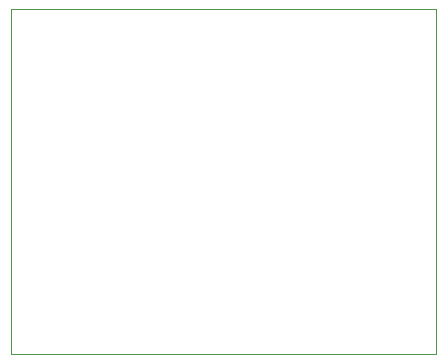
<source format=gbo>
G75*
G70*
%OFA0B0*%
%FSLAX24Y24*%
%IPPOS*%
%LPD*%
%AMOC8*
5,1,8,0,0,1.08239X$1,22.5*
%
%ADD10C,0.0000*%
D10*
X001046Y003014D02*
X001046Y014530D01*
X015219Y014530D01*
X015219Y003014D01*
X001046Y003014D01*
M02*

</source>
